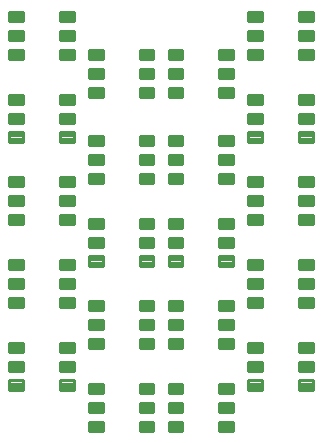
<source format=gtp>
G75*
%MOIN*%
%OFA0B0*%
%FSLAX25Y25*%
%IPPOS*%
%LPD*%
%AMOC8*
5,1,8,0,0,1.08239X$1,22.5*
%
%ADD10C,0.01014*%
D10*
X0072244Y0030398D02*
X0076780Y0030398D01*
X0072244Y0030398D02*
X0072244Y0033438D01*
X0076780Y0033438D01*
X0076780Y0030398D01*
X0076780Y0031411D02*
X0072244Y0031411D01*
X0072244Y0032424D02*
X0076780Y0032424D01*
X0076780Y0033437D02*
X0072244Y0033437D01*
X0072244Y0036697D02*
X0076780Y0036697D01*
X0072244Y0036697D02*
X0072244Y0039737D01*
X0076780Y0039737D01*
X0076780Y0036697D01*
X0076780Y0037710D02*
X0072244Y0037710D01*
X0072244Y0038723D02*
X0076780Y0038723D01*
X0076780Y0039736D02*
X0072244Y0039736D01*
X0072244Y0042997D02*
X0076780Y0042997D01*
X0072244Y0042997D02*
X0072244Y0046037D01*
X0076780Y0046037D01*
X0076780Y0042997D01*
X0076780Y0044010D02*
X0072244Y0044010D01*
X0072244Y0045023D02*
X0076780Y0045023D01*
X0076780Y0046036D02*
X0072244Y0046036D01*
X0067134Y0044178D02*
X0062598Y0044178D01*
X0062598Y0047218D01*
X0067134Y0047218D01*
X0067134Y0044178D01*
X0067134Y0045191D02*
X0062598Y0045191D01*
X0062598Y0046204D02*
X0067134Y0046204D01*
X0067134Y0047217D02*
X0062598Y0047217D01*
X0062598Y0050477D02*
X0067134Y0050477D01*
X0062598Y0050477D02*
X0062598Y0053517D01*
X0067134Y0053517D01*
X0067134Y0050477D01*
X0067134Y0051490D02*
X0062598Y0051490D01*
X0062598Y0052503D02*
X0067134Y0052503D01*
X0067134Y0053516D02*
X0062598Y0053516D01*
X0062598Y0056776D02*
X0067134Y0056776D01*
X0062598Y0056776D02*
X0062598Y0059816D01*
X0067134Y0059816D01*
X0067134Y0056776D01*
X0067134Y0057789D02*
X0062598Y0057789D01*
X0062598Y0058802D02*
X0067134Y0058802D01*
X0067134Y0059815D02*
X0062598Y0059815D01*
X0072244Y0060997D02*
X0076780Y0060997D01*
X0076780Y0057957D01*
X0072244Y0057957D01*
X0072244Y0060997D01*
X0072244Y0058970D02*
X0076780Y0058970D01*
X0076780Y0059983D02*
X0072244Y0059983D01*
X0072244Y0060996D02*
X0076780Y0060996D01*
X0076780Y0067296D02*
X0072244Y0067296D01*
X0076780Y0067296D02*
X0076780Y0064256D01*
X0072244Y0064256D01*
X0072244Y0067296D01*
X0072244Y0065269D02*
X0076780Y0065269D01*
X0076780Y0066282D02*
X0072244Y0066282D01*
X0072244Y0067295D02*
X0076780Y0067295D01*
X0076780Y0073596D02*
X0072244Y0073596D01*
X0076780Y0073596D02*
X0076780Y0070556D01*
X0072244Y0070556D01*
X0072244Y0073596D01*
X0072244Y0071569D02*
X0076780Y0071569D01*
X0076780Y0072582D02*
X0072244Y0072582D01*
X0072244Y0073595D02*
X0076780Y0073595D01*
X0067134Y0074777D02*
X0062598Y0074777D01*
X0067134Y0074777D02*
X0067134Y0071737D01*
X0062598Y0071737D01*
X0062598Y0074777D01*
X0062598Y0072750D02*
X0067134Y0072750D01*
X0067134Y0073763D02*
X0062598Y0073763D01*
X0062598Y0074776D02*
X0067134Y0074776D01*
X0067134Y0081076D02*
X0062598Y0081076D01*
X0067134Y0081076D02*
X0067134Y0078036D01*
X0062598Y0078036D01*
X0062598Y0081076D01*
X0062598Y0079049D02*
X0067134Y0079049D01*
X0067134Y0080062D02*
X0062598Y0080062D01*
X0062598Y0081075D02*
X0067134Y0081075D01*
X0067134Y0087375D02*
X0062598Y0087375D01*
X0067134Y0087375D02*
X0067134Y0084335D01*
X0062598Y0084335D01*
X0062598Y0087375D01*
X0062598Y0085348D02*
X0067134Y0085348D01*
X0067134Y0086361D02*
X0062598Y0086361D01*
X0062598Y0087374D02*
X0067134Y0087374D01*
X0072244Y0085516D02*
X0076780Y0085516D01*
X0072244Y0085516D02*
X0072244Y0088556D01*
X0076780Y0088556D01*
X0076780Y0085516D01*
X0076780Y0086529D02*
X0072244Y0086529D01*
X0072244Y0087542D02*
X0076780Y0087542D01*
X0076780Y0088555D02*
X0072244Y0088555D01*
X0072244Y0091815D02*
X0076780Y0091815D01*
X0072244Y0091815D02*
X0072244Y0094855D01*
X0076780Y0094855D01*
X0076780Y0091815D01*
X0076780Y0092828D02*
X0072244Y0092828D01*
X0072244Y0093841D02*
X0076780Y0093841D01*
X0076780Y0094854D02*
X0072244Y0094854D01*
X0072244Y0098115D02*
X0076780Y0098115D01*
X0072244Y0098115D02*
X0072244Y0101155D01*
X0076780Y0101155D01*
X0076780Y0098115D01*
X0076780Y0099128D02*
X0072244Y0099128D01*
X0072244Y0100141D02*
X0076780Y0100141D01*
X0076780Y0101154D02*
X0072244Y0101154D01*
X0067134Y0099296D02*
X0062598Y0099296D01*
X0062598Y0102336D01*
X0067134Y0102336D01*
X0067134Y0099296D01*
X0067134Y0100309D02*
X0062598Y0100309D01*
X0062598Y0101322D02*
X0067134Y0101322D01*
X0067134Y0102335D02*
X0062598Y0102335D01*
X0062598Y0105595D02*
X0067134Y0105595D01*
X0062598Y0105595D02*
X0062598Y0108635D01*
X0067134Y0108635D01*
X0067134Y0105595D01*
X0067134Y0106608D02*
X0062598Y0106608D01*
X0062598Y0107621D02*
X0067134Y0107621D01*
X0067134Y0108634D02*
X0062598Y0108634D01*
X0062598Y0111894D02*
X0067134Y0111894D01*
X0062598Y0111894D02*
X0062598Y0114934D01*
X0067134Y0114934D01*
X0067134Y0111894D01*
X0067134Y0112907D02*
X0062598Y0112907D01*
X0062598Y0113920D02*
X0067134Y0113920D01*
X0067134Y0114933D02*
X0062598Y0114933D01*
X0072244Y0116115D02*
X0076780Y0116115D01*
X0076780Y0113075D01*
X0072244Y0113075D01*
X0072244Y0116115D01*
X0072244Y0114088D02*
X0076780Y0114088D01*
X0076780Y0115101D02*
X0072244Y0115101D01*
X0072244Y0116114D02*
X0076780Y0116114D01*
X0076780Y0122414D02*
X0072244Y0122414D01*
X0076780Y0122414D02*
X0076780Y0119374D01*
X0072244Y0119374D01*
X0072244Y0122414D01*
X0072244Y0120387D02*
X0076780Y0120387D01*
X0076780Y0121400D02*
X0072244Y0121400D01*
X0072244Y0122413D02*
X0076780Y0122413D01*
X0076780Y0128714D02*
X0072244Y0128714D01*
X0076780Y0128714D02*
X0076780Y0125674D01*
X0072244Y0125674D01*
X0072244Y0128714D01*
X0072244Y0126687D02*
X0076780Y0126687D01*
X0076780Y0127700D02*
X0072244Y0127700D01*
X0072244Y0128713D02*
X0076780Y0128713D01*
X0067134Y0129895D02*
X0062598Y0129895D01*
X0067134Y0129895D02*
X0067134Y0126855D01*
X0062598Y0126855D01*
X0062598Y0129895D01*
X0062598Y0127868D02*
X0067134Y0127868D01*
X0067134Y0128881D02*
X0062598Y0128881D01*
X0062598Y0129894D02*
X0067134Y0129894D01*
X0067134Y0136194D02*
X0062598Y0136194D01*
X0067134Y0136194D02*
X0067134Y0133154D01*
X0062598Y0133154D01*
X0062598Y0136194D01*
X0062598Y0134167D02*
X0067134Y0134167D01*
X0067134Y0135180D02*
X0062598Y0135180D01*
X0062598Y0136193D02*
X0067134Y0136193D01*
X0067134Y0142493D02*
X0062598Y0142493D01*
X0067134Y0142493D02*
X0067134Y0139453D01*
X0062598Y0139453D01*
X0062598Y0142493D01*
X0062598Y0140466D02*
X0067134Y0140466D01*
X0067134Y0141479D02*
X0062598Y0141479D01*
X0062598Y0142492D02*
X0067134Y0142492D01*
X0072244Y0141619D02*
X0076780Y0141619D01*
X0072244Y0141619D02*
X0072244Y0144659D01*
X0076780Y0144659D01*
X0076780Y0141619D01*
X0076780Y0142632D02*
X0072244Y0142632D01*
X0072244Y0143645D02*
X0076780Y0143645D01*
X0076780Y0144658D02*
X0072244Y0144658D01*
X0072244Y0147918D02*
X0076780Y0147918D01*
X0072244Y0147918D02*
X0072244Y0150958D01*
X0076780Y0150958D01*
X0076780Y0147918D01*
X0076780Y0148931D02*
X0072244Y0148931D01*
X0072244Y0149944D02*
X0076780Y0149944D01*
X0076780Y0150957D02*
X0072244Y0150957D01*
X0072244Y0154217D02*
X0076780Y0154217D01*
X0072244Y0154217D02*
X0072244Y0157257D01*
X0076780Y0157257D01*
X0076780Y0154217D01*
X0076780Y0155230D02*
X0072244Y0155230D01*
X0072244Y0156243D02*
X0076780Y0156243D01*
X0076780Y0157256D02*
X0072244Y0157256D01*
X0067134Y0154414D02*
X0062598Y0154414D01*
X0062598Y0157454D01*
X0067134Y0157454D01*
X0067134Y0154414D01*
X0067134Y0155427D02*
X0062598Y0155427D01*
X0062598Y0156440D02*
X0067134Y0156440D01*
X0067134Y0157453D02*
X0062598Y0157453D01*
X0062598Y0160713D02*
X0067134Y0160713D01*
X0062598Y0160713D02*
X0062598Y0163753D01*
X0067134Y0163753D01*
X0067134Y0160713D01*
X0067134Y0161726D02*
X0062598Y0161726D01*
X0062598Y0162739D02*
X0067134Y0162739D01*
X0067134Y0163752D02*
X0062598Y0163752D01*
X0062598Y0167012D02*
X0067134Y0167012D01*
X0062598Y0167012D02*
X0062598Y0170052D01*
X0067134Y0170052D01*
X0067134Y0167012D01*
X0067134Y0168025D02*
X0062598Y0168025D01*
X0062598Y0169038D02*
X0067134Y0169038D01*
X0067134Y0170051D02*
X0062598Y0170051D01*
X0050205Y0167012D02*
X0045669Y0167012D01*
X0045669Y0170052D01*
X0050205Y0170052D01*
X0050205Y0167012D01*
X0050205Y0168025D02*
X0045669Y0168025D01*
X0045669Y0169038D02*
X0050205Y0169038D01*
X0050205Y0170051D02*
X0045669Y0170051D01*
X0045669Y0160713D02*
X0050205Y0160713D01*
X0045669Y0160713D02*
X0045669Y0163753D01*
X0050205Y0163753D01*
X0050205Y0160713D01*
X0050205Y0161726D02*
X0045669Y0161726D01*
X0045669Y0162739D02*
X0050205Y0162739D01*
X0050205Y0163752D02*
X0045669Y0163752D01*
X0045669Y0154414D02*
X0050205Y0154414D01*
X0045669Y0154414D02*
X0045669Y0157454D01*
X0050205Y0157454D01*
X0050205Y0154414D01*
X0050205Y0155427D02*
X0045669Y0155427D01*
X0045669Y0156440D02*
X0050205Y0156440D01*
X0050205Y0157453D02*
X0045669Y0157453D01*
X0045669Y0142493D02*
X0050205Y0142493D01*
X0050205Y0139453D01*
X0045669Y0139453D01*
X0045669Y0142493D01*
X0045669Y0140466D02*
X0050205Y0140466D01*
X0050205Y0141479D02*
X0045669Y0141479D01*
X0045669Y0142492D02*
X0050205Y0142492D01*
X0050205Y0136194D02*
X0045669Y0136194D01*
X0050205Y0136194D02*
X0050205Y0133154D01*
X0045669Y0133154D01*
X0045669Y0136194D01*
X0045669Y0134167D02*
X0050205Y0134167D01*
X0050205Y0135180D02*
X0045669Y0135180D01*
X0045669Y0136193D02*
X0050205Y0136193D01*
X0050205Y0129895D02*
X0045669Y0129895D01*
X0050205Y0129895D02*
X0050205Y0126855D01*
X0045669Y0126855D01*
X0045669Y0129895D01*
X0045669Y0127868D02*
X0050205Y0127868D01*
X0050205Y0128881D02*
X0045669Y0128881D01*
X0045669Y0129894D02*
X0050205Y0129894D01*
X0050205Y0111894D02*
X0045669Y0111894D01*
X0045669Y0114934D01*
X0050205Y0114934D01*
X0050205Y0111894D01*
X0050205Y0112907D02*
X0045669Y0112907D01*
X0045669Y0113920D02*
X0050205Y0113920D01*
X0050205Y0114933D02*
X0045669Y0114933D01*
X0045669Y0105595D02*
X0050205Y0105595D01*
X0045669Y0105595D02*
X0045669Y0108635D01*
X0050205Y0108635D01*
X0050205Y0105595D01*
X0050205Y0106608D02*
X0045669Y0106608D01*
X0045669Y0107621D02*
X0050205Y0107621D01*
X0050205Y0108634D02*
X0045669Y0108634D01*
X0045669Y0099296D02*
X0050205Y0099296D01*
X0045669Y0099296D02*
X0045669Y0102336D01*
X0050205Y0102336D01*
X0050205Y0099296D01*
X0050205Y0100309D02*
X0045669Y0100309D01*
X0045669Y0101322D02*
X0050205Y0101322D01*
X0050205Y0102335D02*
X0045669Y0102335D01*
X0045669Y0087375D02*
X0050205Y0087375D01*
X0050205Y0084335D01*
X0045669Y0084335D01*
X0045669Y0087375D01*
X0045669Y0085348D02*
X0050205Y0085348D01*
X0050205Y0086361D02*
X0045669Y0086361D01*
X0045669Y0087374D02*
X0050205Y0087374D01*
X0050205Y0081076D02*
X0045669Y0081076D01*
X0050205Y0081076D02*
X0050205Y0078036D01*
X0045669Y0078036D01*
X0045669Y0081076D01*
X0045669Y0079049D02*
X0050205Y0079049D01*
X0050205Y0080062D02*
X0045669Y0080062D01*
X0045669Y0081075D02*
X0050205Y0081075D01*
X0050205Y0074777D02*
X0045669Y0074777D01*
X0050205Y0074777D02*
X0050205Y0071737D01*
X0045669Y0071737D01*
X0045669Y0074777D01*
X0045669Y0072750D02*
X0050205Y0072750D01*
X0050205Y0073763D02*
X0045669Y0073763D01*
X0045669Y0074776D02*
X0050205Y0074776D01*
X0050205Y0056776D02*
X0045669Y0056776D01*
X0045669Y0059816D01*
X0050205Y0059816D01*
X0050205Y0056776D01*
X0050205Y0057789D02*
X0045669Y0057789D01*
X0045669Y0058802D02*
X0050205Y0058802D01*
X0050205Y0059815D02*
X0045669Y0059815D01*
X0045669Y0050477D02*
X0050205Y0050477D01*
X0045669Y0050477D02*
X0045669Y0053517D01*
X0050205Y0053517D01*
X0050205Y0050477D01*
X0050205Y0051490D02*
X0045669Y0051490D01*
X0045669Y0052503D02*
X0050205Y0052503D01*
X0050205Y0053516D02*
X0045669Y0053516D01*
X0045669Y0044178D02*
X0050205Y0044178D01*
X0045669Y0044178D02*
X0045669Y0047218D01*
X0050205Y0047218D01*
X0050205Y0044178D01*
X0050205Y0045191D02*
X0045669Y0045191D01*
X0045669Y0046204D02*
X0050205Y0046204D01*
X0050205Y0047217D02*
X0045669Y0047217D01*
X0089173Y0042997D02*
X0093709Y0042997D01*
X0089173Y0042997D02*
X0089173Y0046037D01*
X0093709Y0046037D01*
X0093709Y0042997D01*
X0093709Y0044010D02*
X0089173Y0044010D01*
X0089173Y0045023D02*
X0093709Y0045023D01*
X0093709Y0046036D02*
X0089173Y0046036D01*
X0098819Y0042997D02*
X0103355Y0042997D01*
X0098819Y0042997D02*
X0098819Y0046037D01*
X0103355Y0046037D01*
X0103355Y0042997D01*
X0103355Y0044010D02*
X0098819Y0044010D01*
X0098819Y0045023D02*
X0103355Y0045023D01*
X0103355Y0046036D02*
X0098819Y0046036D01*
X0098819Y0036697D02*
X0103355Y0036697D01*
X0098819Y0036697D02*
X0098819Y0039737D01*
X0103355Y0039737D01*
X0103355Y0036697D01*
X0103355Y0037710D02*
X0098819Y0037710D01*
X0098819Y0038723D02*
X0103355Y0038723D01*
X0103355Y0039736D02*
X0098819Y0039736D01*
X0093709Y0036697D02*
X0089173Y0036697D01*
X0089173Y0039737D01*
X0093709Y0039737D01*
X0093709Y0036697D01*
X0093709Y0037710D02*
X0089173Y0037710D01*
X0089173Y0038723D02*
X0093709Y0038723D01*
X0093709Y0039736D02*
X0089173Y0039736D01*
X0089173Y0030398D02*
X0093709Y0030398D01*
X0089173Y0030398D02*
X0089173Y0033438D01*
X0093709Y0033438D01*
X0093709Y0030398D01*
X0093709Y0031411D02*
X0089173Y0031411D01*
X0089173Y0032424D02*
X0093709Y0032424D01*
X0093709Y0033437D02*
X0089173Y0033437D01*
X0098819Y0030398D02*
X0103355Y0030398D01*
X0098819Y0030398D02*
X0098819Y0033438D01*
X0103355Y0033438D01*
X0103355Y0030398D01*
X0103355Y0031411D02*
X0098819Y0031411D01*
X0098819Y0032424D02*
X0103355Y0032424D01*
X0103355Y0033437D02*
X0098819Y0033437D01*
X0115748Y0030398D02*
X0120284Y0030398D01*
X0115748Y0030398D02*
X0115748Y0033438D01*
X0120284Y0033438D01*
X0120284Y0030398D01*
X0120284Y0031411D02*
X0115748Y0031411D01*
X0115748Y0032424D02*
X0120284Y0032424D01*
X0120284Y0033437D02*
X0115748Y0033437D01*
X0115748Y0036697D02*
X0120284Y0036697D01*
X0115748Y0036697D02*
X0115748Y0039737D01*
X0120284Y0039737D01*
X0120284Y0036697D01*
X0120284Y0037710D02*
X0115748Y0037710D01*
X0115748Y0038723D02*
X0120284Y0038723D01*
X0120284Y0039736D02*
X0115748Y0039736D01*
X0115748Y0042997D02*
X0120284Y0042997D01*
X0115748Y0042997D02*
X0115748Y0046037D01*
X0120284Y0046037D01*
X0120284Y0042997D01*
X0120284Y0044010D02*
X0115748Y0044010D01*
X0115748Y0045023D02*
X0120284Y0045023D01*
X0120284Y0046036D02*
X0115748Y0046036D01*
X0125393Y0044178D02*
X0129929Y0044178D01*
X0125393Y0044178D02*
X0125393Y0047218D01*
X0129929Y0047218D01*
X0129929Y0044178D01*
X0129929Y0045191D02*
X0125393Y0045191D01*
X0125393Y0046204D02*
X0129929Y0046204D01*
X0129929Y0047217D02*
X0125393Y0047217D01*
X0125393Y0050477D02*
X0129929Y0050477D01*
X0125393Y0050477D02*
X0125393Y0053517D01*
X0129929Y0053517D01*
X0129929Y0050477D01*
X0129929Y0051490D02*
X0125393Y0051490D01*
X0125393Y0052503D02*
X0129929Y0052503D01*
X0129929Y0053516D02*
X0125393Y0053516D01*
X0125393Y0056776D02*
X0129929Y0056776D01*
X0125393Y0056776D02*
X0125393Y0059816D01*
X0129929Y0059816D01*
X0129929Y0056776D01*
X0129929Y0057789D02*
X0125393Y0057789D01*
X0125393Y0058802D02*
X0129929Y0058802D01*
X0129929Y0059815D02*
X0125393Y0059815D01*
X0120284Y0060997D02*
X0115748Y0060997D01*
X0120284Y0060997D02*
X0120284Y0057957D01*
X0115748Y0057957D01*
X0115748Y0060997D01*
X0115748Y0058970D02*
X0120284Y0058970D01*
X0120284Y0059983D02*
X0115748Y0059983D01*
X0115748Y0060996D02*
X0120284Y0060996D01*
X0120284Y0067296D02*
X0115748Y0067296D01*
X0120284Y0067296D02*
X0120284Y0064256D01*
X0115748Y0064256D01*
X0115748Y0067296D01*
X0115748Y0065269D02*
X0120284Y0065269D01*
X0120284Y0066282D02*
X0115748Y0066282D01*
X0115748Y0067295D02*
X0120284Y0067295D01*
X0120284Y0073596D02*
X0115748Y0073596D01*
X0120284Y0073596D02*
X0120284Y0070556D01*
X0115748Y0070556D01*
X0115748Y0073596D01*
X0115748Y0071569D02*
X0120284Y0071569D01*
X0120284Y0072582D02*
X0115748Y0072582D01*
X0115748Y0073595D02*
X0120284Y0073595D01*
X0125393Y0074777D02*
X0129929Y0074777D01*
X0129929Y0071737D01*
X0125393Y0071737D01*
X0125393Y0074777D01*
X0125393Y0072750D02*
X0129929Y0072750D01*
X0129929Y0073763D02*
X0125393Y0073763D01*
X0125393Y0074776D02*
X0129929Y0074776D01*
X0129929Y0081076D02*
X0125393Y0081076D01*
X0129929Y0081076D02*
X0129929Y0078036D01*
X0125393Y0078036D01*
X0125393Y0081076D01*
X0125393Y0079049D02*
X0129929Y0079049D01*
X0129929Y0080062D02*
X0125393Y0080062D01*
X0125393Y0081075D02*
X0129929Y0081075D01*
X0129929Y0087375D02*
X0125393Y0087375D01*
X0129929Y0087375D02*
X0129929Y0084335D01*
X0125393Y0084335D01*
X0125393Y0087375D01*
X0125393Y0085348D02*
X0129929Y0085348D01*
X0129929Y0086361D02*
X0125393Y0086361D01*
X0125393Y0087374D02*
X0129929Y0087374D01*
X0120284Y0085516D02*
X0115748Y0085516D01*
X0115748Y0088556D01*
X0120284Y0088556D01*
X0120284Y0085516D01*
X0120284Y0086529D02*
X0115748Y0086529D01*
X0115748Y0087542D02*
X0120284Y0087542D01*
X0120284Y0088555D02*
X0115748Y0088555D01*
X0115748Y0091815D02*
X0120284Y0091815D01*
X0115748Y0091815D02*
X0115748Y0094855D01*
X0120284Y0094855D01*
X0120284Y0091815D01*
X0120284Y0092828D02*
X0115748Y0092828D01*
X0115748Y0093841D02*
X0120284Y0093841D01*
X0120284Y0094854D02*
X0115748Y0094854D01*
X0115748Y0098115D02*
X0120284Y0098115D01*
X0115748Y0098115D02*
X0115748Y0101155D01*
X0120284Y0101155D01*
X0120284Y0098115D01*
X0120284Y0099128D02*
X0115748Y0099128D01*
X0115748Y0100141D02*
X0120284Y0100141D01*
X0120284Y0101154D02*
X0115748Y0101154D01*
X0125393Y0099296D02*
X0129929Y0099296D01*
X0125393Y0099296D02*
X0125393Y0102336D01*
X0129929Y0102336D01*
X0129929Y0099296D01*
X0129929Y0100309D02*
X0125393Y0100309D01*
X0125393Y0101322D02*
X0129929Y0101322D01*
X0129929Y0102335D02*
X0125393Y0102335D01*
X0125393Y0105595D02*
X0129929Y0105595D01*
X0125393Y0105595D02*
X0125393Y0108635D01*
X0129929Y0108635D01*
X0129929Y0105595D01*
X0129929Y0106608D02*
X0125393Y0106608D01*
X0125393Y0107621D02*
X0129929Y0107621D01*
X0129929Y0108634D02*
X0125393Y0108634D01*
X0125393Y0111894D02*
X0129929Y0111894D01*
X0125393Y0111894D02*
X0125393Y0114934D01*
X0129929Y0114934D01*
X0129929Y0111894D01*
X0129929Y0112907D02*
X0125393Y0112907D01*
X0125393Y0113920D02*
X0129929Y0113920D01*
X0129929Y0114933D02*
X0125393Y0114933D01*
X0120284Y0116115D02*
X0115748Y0116115D01*
X0120284Y0116115D02*
X0120284Y0113075D01*
X0115748Y0113075D01*
X0115748Y0116115D01*
X0115748Y0114088D02*
X0120284Y0114088D01*
X0120284Y0115101D02*
X0115748Y0115101D01*
X0115748Y0116114D02*
X0120284Y0116114D01*
X0120284Y0122414D02*
X0115748Y0122414D01*
X0120284Y0122414D02*
X0120284Y0119374D01*
X0115748Y0119374D01*
X0115748Y0122414D01*
X0115748Y0120387D02*
X0120284Y0120387D01*
X0120284Y0121400D02*
X0115748Y0121400D01*
X0115748Y0122413D02*
X0120284Y0122413D01*
X0120284Y0128714D02*
X0115748Y0128714D01*
X0120284Y0128714D02*
X0120284Y0125674D01*
X0115748Y0125674D01*
X0115748Y0128714D01*
X0115748Y0126687D02*
X0120284Y0126687D01*
X0120284Y0127700D02*
X0115748Y0127700D01*
X0115748Y0128713D02*
X0120284Y0128713D01*
X0125393Y0129895D02*
X0129929Y0129895D01*
X0129929Y0126855D01*
X0125393Y0126855D01*
X0125393Y0129895D01*
X0125393Y0127868D02*
X0129929Y0127868D01*
X0129929Y0128881D02*
X0125393Y0128881D01*
X0125393Y0129894D02*
X0129929Y0129894D01*
X0129929Y0136194D02*
X0125393Y0136194D01*
X0129929Y0136194D02*
X0129929Y0133154D01*
X0125393Y0133154D01*
X0125393Y0136194D01*
X0125393Y0134167D02*
X0129929Y0134167D01*
X0129929Y0135180D02*
X0125393Y0135180D01*
X0125393Y0136193D02*
X0129929Y0136193D01*
X0129929Y0142493D02*
X0125393Y0142493D01*
X0129929Y0142493D02*
X0129929Y0139453D01*
X0125393Y0139453D01*
X0125393Y0142493D01*
X0125393Y0140466D02*
X0129929Y0140466D01*
X0129929Y0141479D02*
X0125393Y0141479D01*
X0125393Y0142492D02*
X0129929Y0142492D01*
X0120284Y0141619D02*
X0115748Y0141619D01*
X0115748Y0144659D01*
X0120284Y0144659D01*
X0120284Y0141619D01*
X0120284Y0142632D02*
X0115748Y0142632D01*
X0115748Y0143645D02*
X0120284Y0143645D01*
X0120284Y0144658D02*
X0115748Y0144658D01*
X0115748Y0147918D02*
X0120284Y0147918D01*
X0115748Y0147918D02*
X0115748Y0150958D01*
X0120284Y0150958D01*
X0120284Y0147918D01*
X0120284Y0148931D02*
X0115748Y0148931D01*
X0115748Y0149944D02*
X0120284Y0149944D01*
X0120284Y0150957D02*
X0115748Y0150957D01*
X0115748Y0154217D02*
X0120284Y0154217D01*
X0115748Y0154217D02*
X0115748Y0157257D01*
X0120284Y0157257D01*
X0120284Y0154217D01*
X0120284Y0155230D02*
X0115748Y0155230D01*
X0115748Y0156243D02*
X0120284Y0156243D01*
X0120284Y0157256D02*
X0115748Y0157256D01*
X0125393Y0154414D02*
X0129929Y0154414D01*
X0125393Y0154414D02*
X0125393Y0157454D01*
X0129929Y0157454D01*
X0129929Y0154414D01*
X0129929Y0155427D02*
X0125393Y0155427D01*
X0125393Y0156440D02*
X0129929Y0156440D01*
X0129929Y0157453D02*
X0125393Y0157453D01*
X0125393Y0160713D02*
X0129929Y0160713D01*
X0125393Y0160713D02*
X0125393Y0163753D01*
X0129929Y0163753D01*
X0129929Y0160713D01*
X0129929Y0161726D02*
X0125393Y0161726D01*
X0125393Y0162739D02*
X0129929Y0162739D01*
X0129929Y0163752D02*
X0125393Y0163752D01*
X0125393Y0167012D02*
X0129929Y0167012D01*
X0125393Y0167012D02*
X0125393Y0170052D01*
X0129929Y0170052D01*
X0129929Y0167012D01*
X0129929Y0168025D02*
X0125393Y0168025D01*
X0125393Y0169038D02*
X0129929Y0169038D01*
X0129929Y0170051D02*
X0125393Y0170051D01*
X0142323Y0167012D02*
X0146859Y0167012D01*
X0142323Y0167012D02*
X0142323Y0170052D01*
X0146859Y0170052D01*
X0146859Y0167012D01*
X0146859Y0168025D02*
X0142323Y0168025D01*
X0142323Y0169038D02*
X0146859Y0169038D01*
X0146859Y0170051D02*
X0142323Y0170051D01*
X0142323Y0160713D02*
X0146859Y0160713D01*
X0142323Y0160713D02*
X0142323Y0163753D01*
X0146859Y0163753D01*
X0146859Y0160713D01*
X0146859Y0161726D02*
X0142323Y0161726D01*
X0142323Y0162739D02*
X0146859Y0162739D01*
X0146859Y0163752D02*
X0142323Y0163752D01*
X0142323Y0154414D02*
X0146859Y0154414D01*
X0142323Y0154414D02*
X0142323Y0157454D01*
X0146859Y0157454D01*
X0146859Y0154414D01*
X0146859Y0155427D02*
X0142323Y0155427D01*
X0142323Y0156440D02*
X0146859Y0156440D01*
X0146859Y0157453D02*
X0142323Y0157453D01*
X0142323Y0142493D02*
X0146859Y0142493D01*
X0146859Y0139453D01*
X0142323Y0139453D01*
X0142323Y0142493D01*
X0142323Y0140466D02*
X0146859Y0140466D01*
X0146859Y0141479D02*
X0142323Y0141479D01*
X0142323Y0142492D02*
X0146859Y0142492D01*
X0146859Y0136194D02*
X0142323Y0136194D01*
X0146859Y0136194D02*
X0146859Y0133154D01*
X0142323Y0133154D01*
X0142323Y0136194D01*
X0142323Y0134167D02*
X0146859Y0134167D01*
X0146859Y0135180D02*
X0142323Y0135180D01*
X0142323Y0136193D02*
X0146859Y0136193D01*
X0146859Y0129895D02*
X0142323Y0129895D01*
X0146859Y0129895D02*
X0146859Y0126855D01*
X0142323Y0126855D01*
X0142323Y0129895D01*
X0142323Y0127868D02*
X0146859Y0127868D01*
X0146859Y0128881D02*
X0142323Y0128881D01*
X0142323Y0129894D02*
X0146859Y0129894D01*
X0146859Y0111894D02*
X0142323Y0111894D01*
X0142323Y0114934D01*
X0146859Y0114934D01*
X0146859Y0111894D01*
X0146859Y0112907D02*
X0142323Y0112907D01*
X0142323Y0113920D02*
X0146859Y0113920D01*
X0146859Y0114933D02*
X0142323Y0114933D01*
X0142323Y0105595D02*
X0146859Y0105595D01*
X0142323Y0105595D02*
X0142323Y0108635D01*
X0146859Y0108635D01*
X0146859Y0105595D01*
X0146859Y0106608D02*
X0142323Y0106608D01*
X0142323Y0107621D02*
X0146859Y0107621D01*
X0146859Y0108634D02*
X0142323Y0108634D01*
X0142323Y0099296D02*
X0146859Y0099296D01*
X0142323Y0099296D02*
X0142323Y0102336D01*
X0146859Y0102336D01*
X0146859Y0099296D01*
X0146859Y0100309D02*
X0142323Y0100309D01*
X0142323Y0101322D02*
X0146859Y0101322D01*
X0146859Y0102335D02*
X0142323Y0102335D01*
X0142323Y0087375D02*
X0146859Y0087375D01*
X0146859Y0084335D01*
X0142323Y0084335D01*
X0142323Y0087375D01*
X0142323Y0085348D02*
X0146859Y0085348D01*
X0146859Y0086361D02*
X0142323Y0086361D01*
X0142323Y0087374D02*
X0146859Y0087374D01*
X0146859Y0081076D02*
X0142323Y0081076D01*
X0146859Y0081076D02*
X0146859Y0078036D01*
X0142323Y0078036D01*
X0142323Y0081076D01*
X0142323Y0079049D02*
X0146859Y0079049D01*
X0146859Y0080062D02*
X0142323Y0080062D01*
X0142323Y0081075D02*
X0146859Y0081075D01*
X0146859Y0074777D02*
X0142323Y0074777D01*
X0146859Y0074777D02*
X0146859Y0071737D01*
X0142323Y0071737D01*
X0142323Y0074777D01*
X0142323Y0072750D02*
X0146859Y0072750D01*
X0146859Y0073763D02*
X0142323Y0073763D01*
X0142323Y0074776D02*
X0146859Y0074776D01*
X0146859Y0056776D02*
X0142323Y0056776D01*
X0142323Y0059816D01*
X0146859Y0059816D01*
X0146859Y0056776D01*
X0146859Y0057789D02*
X0142323Y0057789D01*
X0142323Y0058802D02*
X0146859Y0058802D01*
X0146859Y0059815D02*
X0142323Y0059815D01*
X0142323Y0050477D02*
X0146859Y0050477D01*
X0142323Y0050477D02*
X0142323Y0053517D01*
X0146859Y0053517D01*
X0146859Y0050477D01*
X0146859Y0051490D02*
X0142323Y0051490D01*
X0142323Y0052503D02*
X0146859Y0052503D01*
X0146859Y0053516D02*
X0142323Y0053516D01*
X0142323Y0044178D02*
X0146859Y0044178D01*
X0142323Y0044178D02*
X0142323Y0047218D01*
X0146859Y0047218D01*
X0146859Y0044178D01*
X0146859Y0045191D02*
X0142323Y0045191D01*
X0142323Y0046204D02*
X0146859Y0046204D01*
X0146859Y0047217D02*
X0142323Y0047217D01*
X0103355Y0060997D02*
X0098819Y0060997D01*
X0103355Y0060997D02*
X0103355Y0057957D01*
X0098819Y0057957D01*
X0098819Y0060997D01*
X0098819Y0058970D02*
X0103355Y0058970D01*
X0103355Y0059983D02*
X0098819Y0059983D01*
X0098819Y0060996D02*
X0103355Y0060996D01*
X0103355Y0067296D02*
X0098819Y0067296D01*
X0103355Y0067296D02*
X0103355Y0064256D01*
X0098819Y0064256D01*
X0098819Y0067296D01*
X0098819Y0065269D02*
X0103355Y0065269D01*
X0103355Y0066282D02*
X0098819Y0066282D01*
X0098819Y0067295D02*
X0103355Y0067295D01*
X0103355Y0073596D02*
X0098819Y0073596D01*
X0103355Y0073596D02*
X0103355Y0070556D01*
X0098819Y0070556D01*
X0098819Y0073596D01*
X0098819Y0071569D02*
X0103355Y0071569D01*
X0103355Y0072582D02*
X0098819Y0072582D01*
X0098819Y0073595D02*
X0103355Y0073595D01*
X0093709Y0073596D02*
X0089173Y0073596D01*
X0093709Y0073596D02*
X0093709Y0070556D01*
X0089173Y0070556D01*
X0089173Y0073596D01*
X0089173Y0071569D02*
X0093709Y0071569D01*
X0093709Y0072582D02*
X0089173Y0072582D01*
X0089173Y0073595D02*
X0093709Y0073595D01*
X0093709Y0067296D02*
X0089173Y0067296D01*
X0093709Y0067296D02*
X0093709Y0064256D01*
X0089173Y0064256D01*
X0089173Y0067296D01*
X0089173Y0065269D02*
X0093709Y0065269D01*
X0093709Y0066282D02*
X0089173Y0066282D01*
X0089173Y0067295D02*
X0093709Y0067295D01*
X0093709Y0060997D02*
X0089173Y0060997D01*
X0093709Y0060997D02*
X0093709Y0057957D01*
X0089173Y0057957D01*
X0089173Y0060997D01*
X0089173Y0058970D02*
X0093709Y0058970D01*
X0093709Y0059983D02*
X0089173Y0059983D01*
X0089173Y0060996D02*
X0093709Y0060996D01*
X0093709Y0085516D02*
X0089173Y0085516D01*
X0089173Y0088556D01*
X0093709Y0088556D01*
X0093709Y0085516D01*
X0093709Y0086529D02*
X0089173Y0086529D01*
X0089173Y0087542D02*
X0093709Y0087542D01*
X0093709Y0088555D02*
X0089173Y0088555D01*
X0089173Y0091815D02*
X0093709Y0091815D01*
X0089173Y0091815D02*
X0089173Y0094855D01*
X0093709Y0094855D01*
X0093709Y0091815D01*
X0093709Y0092828D02*
X0089173Y0092828D01*
X0089173Y0093841D02*
X0093709Y0093841D01*
X0093709Y0094854D02*
X0089173Y0094854D01*
X0089173Y0098115D02*
X0093709Y0098115D01*
X0089173Y0098115D02*
X0089173Y0101155D01*
X0093709Y0101155D01*
X0093709Y0098115D01*
X0093709Y0099128D02*
X0089173Y0099128D01*
X0089173Y0100141D02*
X0093709Y0100141D01*
X0093709Y0101154D02*
X0089173Y0101154D01*
X0098819Y0098115D02*
X0103355Y0098115D01*
X0098819Y0098115D02*
X0098819Y0101155D01*
X0103355Y0101155D01*
X0103355Y0098115D01*
X0103355Y0099128D02*
X0098819Y0099128D01*
X0098819Y0100141D02*
X0103355Y0100141D01*
X0103355Y0101154D02*
X0098819Y0101154D01*
X0098819Y0091815D02*
X0103355Y0091815D01*
X0098819Y0091815D02*
X0098819Y0094855D01*
X0103355Y0094855D01*
X0103355Y0091815D01*
X0103355Y0092828D02*
X0098819Y0092828D01*
X0098819Y0093841D02*
X0103355Y0093841D01*
X0103355Y0094854D02*
X0098819Y0094854D01*
X0098819Y0085516D02*
X0103355Y0085516D01*
X0098819Y0085516D02*
X0098819Y0088556D01*
X0103355Y0088556D01*
X0103355Y0085516D01*
X0103355Y0086529D02*
X0098819Y0086529D01*
X0098819Y0087542D02*
X0103355Y0087542D01*
X0103355Y0088555D02*
X0098819Y0088555D01*
X0098819Y0116115D02*
X0103355Y0116115D01*
X0103355Y0113075D01*
X0098819Y0113075D01*
X0098819Y0116115D01*
X0098819Y0114088D02*
X0103355Y0114088D01*
X0103355Y0115101D02*
X0098819Y0115101D01*
X0098819Y0116114D02*
X0103355Y0116114D01*
X0103355Y0122414D02*
X0098819Y0122414D01*
X0103355Y0122414D02*
X0103355Y0119374D01*
X0098819Y0119374D01*
X0098819Y0122414D01*
X0098819Y0120387D02*
X0103355Y0120387D01*
X0103355Y0121400D02*
X0098819Y0121400D01*
X0098819Y0122413D02*
X0103355Y0122413D01*
X0103355Y0128714D02*
X0098819Y0128714D01*
X0103355Y0128714D02*
X0103355Y0125674D01*
X0098819Y0125674D01*
X0098819Y0128714D01*
X0098819Y0126687D02*
X0103355Y0126687D01*
X0103355Y0127700D02*
X0098819Y0127700D01*
X0098819Y0128713D02*
X0103355Y0128713D01*
X0093709Y0128714D02*
X0089173Y0128714D01*
X0093709Y0128714D02*
X0093709Y0125674D01*
X0089173Y0125674D01*
X0089173Y0128714D01*
X0089173Y0126687D02*
X0093709Y0126687D01*
X0093709Y0127700D02*
X0089173Y0127700D01*
X0089173Y0128713D02*
X0093709Y0128713D01*
X0093709Y0122414D02*
X0089173Y0122414D01*
X0093709Y0122414D02*
X0093709Y0119374D01*
X0089173Y0119374D01*
X0089173Y0122414D01*
X0089173Y0120387D02*
X0093709Y0120387D01*
X0093709Y0121400D02*
X0089173Y0121400D01*
X0089173Y0122413D02*
X0093709Y0122413D01*
X0093709Y0116115D02*
X0089173Y0116115D01*
X0093709Y0116115D02*
X0093709Y0113075D01*
X0089173Y0113075D01*
X0089173Y0116115D01*
X0089173Y0114088D02*
X0093709Y0114088D01*
X0093709Y0115101D02*
X0089173Y0115101D01*
X0089173Y0116114D02*
X0093709Y0116114D01*
X0093709Y0141619D02*
X0089173Y0141619D01*
X0089173Y0144659D01*
X0093709Y0144659D01*
X0093709Y0141619D01*
X0093709Y0142632D02*
X0089173Y0142632D01*
X0089173Y0143645D02*
X0093709Y0143645D01*
X0093709Y0144658D02*
X0089173Y0144658D01*
X0089173Y0147918D02*
X0093709Y0147918D01*
X0089173Y0147918D02*
X0089173Y0150958D01*
X0093709Y0150958D01*
X0093709Y0147918D01*
X0093709Y0148931D02*
X0089173Y0148931D01*
X0089173Y0149944D02*
X0093709Y0149944D01*
X0093709Y0150957D02*
X0089173Y0150957D01*
X0089173Y0154217D02*
X0093709Y0154217D01*
X0089173Y0154217D02*
X0089173Y0157257D01*
X0093709Y0157257D01*
X0093709Y0154217D01*
X0093709Y0155230D02*
X0089173Y0155230D01*
X0089173Y0156243D02*
X0093709Y0156243D01*
X0093709Y0157256D02*
X0089173Y0157256D01*
X0098819Y0154217D02*
X0103355Y0154217D01*
X0098819Y0154217D02*
X0098819Y0157257D01*
X0103355Y0157257D01*
X0103355Y0154217D01*
X0103355Y0155230D02*
X0098819Y0155230D01*
X0098819Y0156243D02*
X0103355Y0156243D01*
X0103355Y0157256D02*
X0098819Y0157256D01*
X0098819Y0147918D02*
X0103355Y0147918D01*
X0098819Y0147918D02*
X0098819Y0150958D01*
X0103355Y0150958D01*
X0103355Y0147918D01*
X0103355Y0148931D02*
X0098819Y0148931D01*
X0098819Y0149944D02*
X0103355Y0149944D01*
X0103355Y0150957D02*
X0098819Y0150957D01*
X0098819Y0141619D02*
X0103355Y0141619D01*
X0098819Y0141619D02*
X0098819Y0144659D01*
X0103355Y0144659D01*
X0103355Y0141619D01*
X0103355Y0142632D02*
X0098819Y0142632D01*
X0098819Y0143645D02*
X0103355Y0143645D01*
X0103355Y0144658D02*
X0098819Y0144658D01*
M02*

</source>
